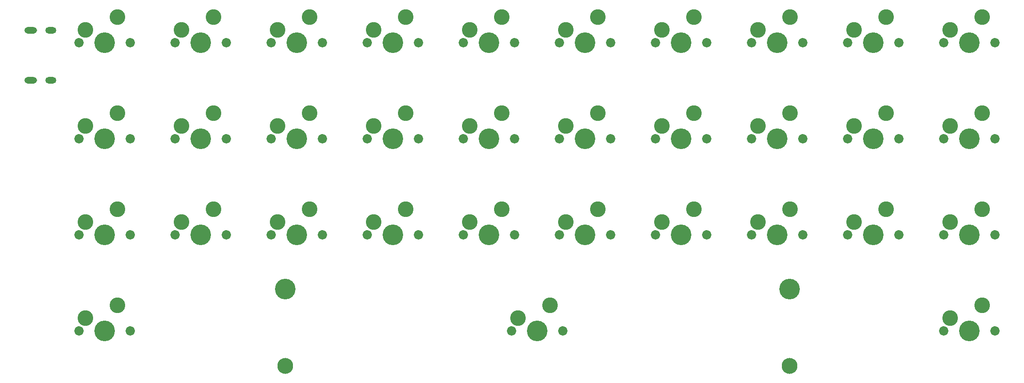
<source format=gbr>
G04 #@! TF.GenerationSoftware,KiCad,Pcbnew,(5.1.6-0-10_14)*
G04 #@! TF.CreationDate,2020-08-01T09:55:55+09:00*
G04 #@! TF.ProjectId,reviung33,72657669-756e-4673-9333-2e6b69636164,1.1.1*
G04 #@! TF.SameCoordinates,Original*
G04 #@! TF.FileFunction,Soldermask,Top*
G04 #@! TF.FilePolarity,Negative*
%FSLAX46Y46*%
G04 Gerber Fmt 4.6, Leading zero omitted, Abs format (unit mm)*
G04 Created by KiCad (PCBNEW (5.1.6-0-10_14)) date 2020-08-01 09:55:55*
%MOMM*%
%LPD*%
G01*
G04 APERTURE LIST*
%ADD10C,3.100000*%
%ADD11C,4.087800*%
%ADD12C,1.850000*%
%ADD13C,3.148000*%
%ADD14O,2.500000X1.300000*%
%ADD15O,2.200000X1.300000*%
G04 APERTURE END LIST*
D10*
X56590000Y-29920000D03*
D11*
X54050000Y-35000000D03*
D10*
X50240000Y-32460000D03*
D12*
X48970000Y-35000000D03*
X59130000Y-35000000D03*
D11*
X70760100Y-83895000D03*
X170759900Y-83895000D03*
D13*
X70760100Y-99135000D03*
X170759900Y-99135000D03*
D12*
X125840000Y-92150000D03*
X115680000Y-92150000D03*
D10*
X116950000Y-89610000D03*
D11*
X120760000Y-92150000D03*
D10*
X123300000Y-87070000D03*
D12*
X97230000Y-54050000D03*
X87070000Y-54050000D03*
D10*
X88340000Y-51510000D03*
D11*
X92150000Y-54050000D03*
D10*
X94690000Y-48970000D03*
X37540000Y-87070000D03*
D11*
X35000000Y-92150000D03*
D10*
X31190000Y-89610000D03*
D12*
X29920000Y-92150000D03*
X40080000Y-92150000D03*
D10*
X37540000Y-29920000D03*
D11*
X35000000Y-35000000D03*
D10*
X31190000Y-32460000D03*
D12*
X29920000Y-35000000D03*
X40080000Y-35000000D03*
D10*
X75640000Y-29920000D03*
D11*
X73100000Y-35000000D03*
D10*
X69290000Y-32460000D03*
D12*
X68020000Y-35000000D03*
X78180000Y-35000000D03*
X97230000Y-35000000D03*
X87070000Y-35000000D03*
D10*
X88340000Y-32460000D03*
D11*
X92150000Y-35000000D03*
D10*
X94690000Y-29920000D03*
D12*
X116280000Y-35000000D03*
X106120000Y-35000000D03*
D10*
X107390000Y-32460000D03*
D11*
X111200000Y-35000000D03*
D10*
X113740000Y-29920000D03*
D12*
X135330000Y-35000000D03*
X125170000Y-35000000D03*
D10*
X126440000Y-32460000D03*
D11*
X130250000Y-35000000D03*
D10*
X132790000Y-29920000D03*
D12*
X154380000Y-35000000D03*
X144220000Y-35000000D03*
D10*
X145490000Y-32460000D03*
D11*
X149300000Y-35000000D03*
D10*
X151840000Y-29920000D03*
X170890000Y-29920000D03*
D11*
X168350000Y-35000000D03*
D10*
X164540000Y-32460000D03*
D12*
X163270000Y-35000000D03*
X173430000Y-35000000D03*
X192480000Y-35000000D03*
X182320000Y-35000000D03*
D10*
X183590000Y-32460000D03*
D11*
X187400000Y-35000000D03*
D10*
X189940000Y-29920000D03*
D12*
X211530000Y-35000000D03*
X201370000Y-35000000D03*
D10*
X202640000Y-32460000D03*
D11*
X206450000Y-35000000D03*
D10*
X208990000Y-29920000D03*
X37540000Y-48970000D03*
D11*
X35000000Y-54050000D03*
D10*
X31190000Y-51510000D03*
D12*
X29920000Y-54050000D03*
X40080000Y-54050000D03*
D10*
X56590000Y-48970000D03*
D11*
X54050000Y-54050000D03*
D10*
X50240000Y-51510000D03*
D12*
X48970000Y-54050000D03*
X59130000Y-54050000D03*
D10*
X75640000Y-48970000D03*
D11*
X73100000Y-54050000D03*
D10*
X69290000Y-51510000D03*
D12*
X68020000Y-54050000D03*
X78180000Y-54050000D03*
X116280000Y-54050000D03*
X106120000Y-54050000D03*
D10*
X107390000Y-51510000D03*
D11*
X111200000Y-54050000D03*
D10*
X113740000Y-48970000D03*
D12*
X135330000Y-54050000D03*
X125170000Y-54050000D03*
D10*
X126440000Y-51510000D03*
D11*
X130250000Y-54050000D03*
D10*
X132790000Y-48970000D03*
D12*
X154380000Y-54050000D03*
X144220000Y-54050000D03*
D10*
X145490000Y-51510000D03*
D11*
X149300000Y-54050000D03*
D10*
X151840000Y-48970000D03*
D12*
X173430000Y-54050000D03*
X163270000Y-54050000D03*
D10*
X164540000Y-51510000D03*
D11*
X168350000Y-54050000D03*
D10*
X170890000Y-48970000D03*
D12*
X192480000Y-54050000D03*
X182320000Y-54050000D03*
D10*
X183590000Y-51510000D03*
D11*
X187400000Y-54050000D03*
D10*
X189940000Y-48970000D03*
X208990000Y-48970000D03*
D11*
X206450000Y-54050000D03*
D10*
X202640000Y-51510000D03*
D12*
X201370000Y-54050000D03*
X211530000Y-54050000D03*
D10*
X37540000Y-68020000D03*
D11*
X35000000Y-73100000D03*
D10*
X31190000Y-70560000D03*
D12*
X29920000Y-73100000D03*
X40080000Y-73100000D03*
D10*
X56590000Y-68020000D03*
D11*
X54050000Y-73100000D03*
D10*
X50240000Y-70560000D03*
D12*
X48970000Y-73100000D03*
X59130000Y-73100000D03*
D10*
X75640000Y-68020000D03*
D11*
X73100000Y-73100000D03*
D10*
X69290000Y-70560000D03*
D12*
X68020000Y-73100000D03*
X78180000Y-73100000D03*
X97230000Y-73100000D03*
X87070000Y-73100000D03*
D10*
X88340000Y-70560000D03*
D11*
X92150000Y-73100000D03*
D10*
X94690000Y-68020000D03*
X113740000Y-68020000D03*
D11*
X111200000Y-73100000D03*
D10*
X107390000Y-70560000D03*
D12*
X106120000Y-73100000D03*
X116280000Y-73100000D03*
X135330000Y-73100000D03*
X125170000Y-73100000D03*
D10*
X126440000Y-70560000D03*
D11*
X130250000Y-73100000D03*
D10*
X132790000Y-68020000D03*
D12*
X154380000Y-73100000D03*
X144220000Y-73100000D03*
D10*
X145490000Y-70560000D03*
D11*
X149300000Y-73100000D03*
D10*
X151840000Y-68020000D03*
X170890000Y-68020000D03*
D11*
X168350000Y-73100000D03*
D10*
X164540000Y-70560000D03*
D12*
X163270000Y-73100000D03*
X173430000Y-73100000D03*
D10*
X189940000Y-68020000D03*
D11*
X187400000Y-73100000D03*
D10*
X183590000Y-70560000D03*
D12*
X182320000Y-73100000D03*
X192480000Y-73100000D03*
X211530000Y-73100000D03*
X201370000Y-73100000D03*
D10*
X202640000Y-70560000D03*
D11*
X206450000Y-73100000D03*
D10*
X208990000Y-68020000D03*
D12*
X211530000Y-92150000D03*
X201370000Y-92150000D03*
D10*
X202640000Y-89610000D03*
D11*
X206450000Y-92150000D03*
D10*
X208990000Y-87070000D03*
D14*
X20330000Y-32570000D03*
D15*
X24330000Y-32570000D03*
D14*
X20330000Y-42470000D03*
D15*
X24330000Y-42470000D03*
M02*

</source>
